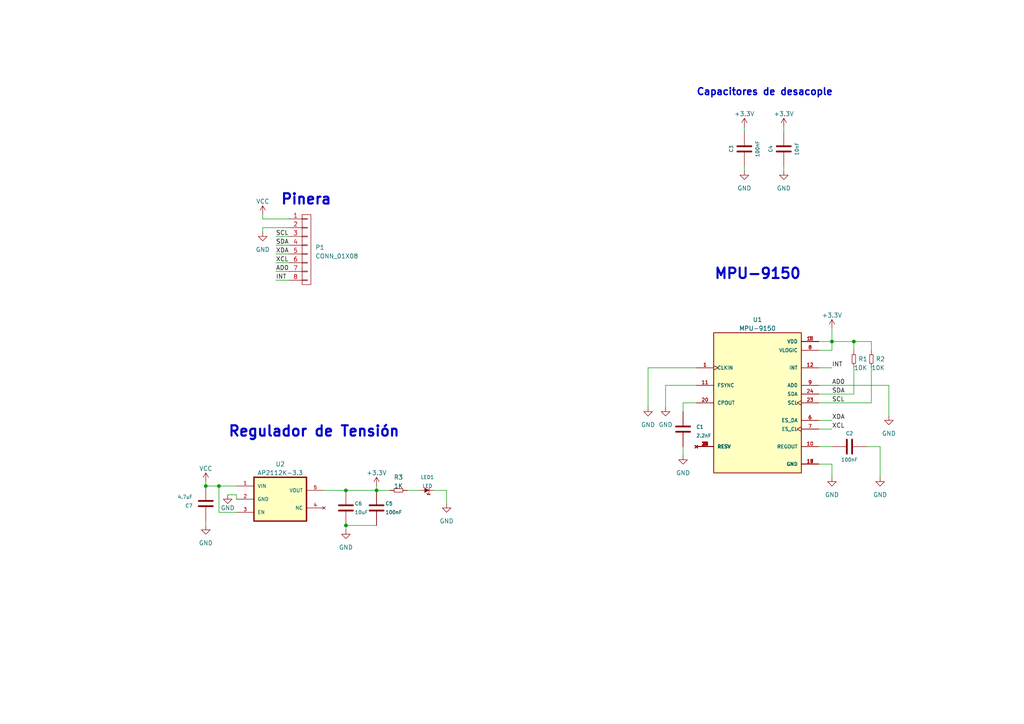
<source format=kicad_sch>
(kicad_sch (version 20230121) (generator eeschema)
  (paper "A4")
  (title_block (title "Modulo MPU-9150") (date "2023-07-22"))
  (lib_symbols
    (symbol "EESTN5:C" (pin_numbers hide) (pin_names (offset 0.254))
      (property "Reference" "C" (at 0 2.54 0))
      (property "Value" "C" (at 0.1524 -2.159 0))
      (symbol "C_0_1"
        (polyline (pts (xy -2.032 -0.762) (xy 2.032 -0.762)) (stroke (width 0.508)))
        (polyline (pts (xy -2.032 0.762) (xy 2.032 0.762)) (stroke (width 0.508)))
      )
      (symbol "C_1_1"
        (pin passive line (at 0 5.08 270) (length 4.318) (name "~") (number "1"))
        (pin passive line (at 0 -5.08 90) (length 4.318) (name "~") (number "2"))
      )
    )
    (symbol "EESTN5:CONN_01X08" (pin_names (offset 1.016) hide)
      (property "Reference" "P" (at 0 11.43 0))
      (property "Value" "CONN_01X08" (at 2.54 0 90))
      (symbol "CONN_01X08_0_1"
        (rectangle (start -1.27 -10.16) (end 1.27 10.16))
        (rectangle (start -1.27 -8.763) (end 0.254 -9.017))
        (rectangle (start -1.27 -6.223) (end 0.254 -6.477))
        (rectangle (start -1.27 -3.683) (end 0.254 -3.937))
        (rectangle (start -1.27 -1.143) (end 0.254 -1.397))
        (rectangle (start -1.27 1.397) (end 0.254 1.143))
        (rectangle (start -1.27 3.937) (end 0.254 3.683))
        (rectangle (start -1.27 6.477) (end 0.254 6.223))
        (rectangle (start -1.27 9.017) (end 0.254 8.763))
      )
      (symbol "CONN_01X08_1_1"
        (pin passive line (at -5.08 8.89 0) (length 3.81) (name "P1") (number "1"))
        (pin passive line (at -5.08 6.35 0) (length 3.81) (name "P2") (number "2"))
        (pin passive line (at -5.08 3.81 0) (length 3.81) (name "P3") (number "3"))
        (pin passive line (at -5.08 1.27 0) (length 3.81) (name "P4") (number "4"))
        (pin passive line (at -5.08 -1.27 0) (length 3.81) (name "P5") (number "5"))
        (pin passive line (at -5.08 -3.81 0) (length 3.81) (name "P6") (number "6"))
        (pin passive line (at -5.08 -6.35 0) (length 3.81) (name "P7") (number "7"))
        (pin passive line (at -5.08 -8.89 0) (length 3.81) (name "P8") (number "8"))
      )
    )
    (symbol "EESTN5:LED" (pin_numbers hide) (pin_names (offset 1.016) hide)
      (property "Reference" "LED" (at 0 2.54 0))
      (property "Value" "LED" (at 0 -2.54 0))
      (symbol "LED_0_1"
        (polyline (pts (xy 0.508 -0.762) (xy 1.016 -1.27) (xy 1.016 -1.27)))
        (polyline (pts (xy 1.016 -0.762) (xy 1.524 -1.27) (xy 1.524 -1.27)))
        (polyline (pts (xy 1.27 -0.635) (xy 1.27 0.635) (xy 1.27 0.635)))
        (polyline (pts (xy 1.27 0) (xy 0 0.635) (xy 0 -0.635) (xy 0 -0.635)) (fill (type outline)))
        (polyline (pts (xy 1.524 -1.27) (xy 1.27 -1.27) (xy 1.524 -1.016) (xy 1.524 -1.27) (xy 1.524 -1.27)) (fill (type outline)))
        (polyline (pts (xy 1.016 -1.27) (xy 0.762 -1.27) (xy 1.016 -1.016) (xy 1.016 -1.27) (xy 1.016 -1.27) (xy 1.016 -1.27)) (fill (type outline)))
      )
      (symbol "LED_1_1"
        (pin passive line (at -1.27 0 0) (length 1.27) (name "A") (number "1"))
        (pin passive line (at 2.54 0 180) (length 1.27) (name "K") (number "2"))
      )
    )
    (symbol "EESTN5:R" (pin_numbers hide) (pin_names (offset 0))
      (property "Reference" "R" (at -1.27 0 90))
      (property "Value" "R" (at 1.27 0 90))
      (symbol "R_0_1"
        (rectangle (start 0.508 1.27) (end -0.508 -1.27))
      )
      (symbol "R_1_1"
        (pin passive line (at 0 2.54 270) (length 1.27) (name "~") (number "1"))
        (pin passive line (at 0 -2.54 90) (length 1.27) (name "~") (number "2"))
      )
    )
    (symbol "Librerias:AP2112K-3.3" (pin_names (offset 1.016))
      (property "Reference" "U2" (at 0 10.16 0))
      (property "Value" "AP2112K-3.3" (at 0 7.62 0))
      (symbol "AP2112K-3.3_0_0"
        (rectangle (start -7.62 6.35) (end 7.62 -6.35) (stroke (width 0.41)) (fill (type background)))
        (pin power_in line (at -12.7 3.81 0) (length 5.08) (name "VIN") (number "1"))
        (pin power_in line (at -12.7 0 0) (length 5.08) (name "GND") (number "2"))
        (pin input line (at -12.7 -3.81 0) (length 5.08) (name "EN") (number "3"))
        (pin power_in line (at 12.7 2.54 180) (length 5.08) (name "VOUT") (number "5"))
      )
      (symbol "AP2112K-3.3_1_0"
        (pin no_connect line (at 12.7 -2.54 180) (length 5.08) (name "NC") (number "4"))
      )
    )
    (symbol "Librerias:MPU-9150-Qfn-24" (pin_names (offset 1.016))
      (property "Reference" "U3" (at 0 24.13 0))
      (property "Value" "MPU-9150" (at 0 21.59 0))
      (symbol "MPU-9150-Qfn-24_0_0"
        (rectangle (start -12.7 -20.32) (end 12.7 20.32) (stroke (width 0.254)) (fill (type background)))
        (pin input clock (at -17.78 10.16 0) (length 5.08) (name "CLKIN") (number "1"))
        (pin output line (at 17.78 -12.7 180) (length 5.08) (name "REGOUT") (number "10"))
        (pin input line (at -17.78 5.08 0) (length 5.08) (name "FSYNC") (number "11"))
        (pin output line (at 17.78 10.16 180) (length 5.08) (name "INT") (number "12"))
        (pin power_in line (at 17.78 17.78 180) (length 5.08) (name "VDD") (number "13"))
        (pin no_connect line (at -17.78 -12.7 0) (length 5.08) (name "RESV") (number "14"))
        (pin power_in line (at 17.78 -17.78 180) (length 5.08) (name "GND") (number "15"))
        (pin no_connect line (at -17.78 -12.7 0) (length 5.08) (name "RESV") (number "16"))
        (pin power_in line (at 17.78 -17.78 180) (length 5.08) (name "GND") (number "17"))
        (pin power_in line (at 17.78 -17.78 180) (length 5.08) (name "GND") (number "18"))
        (pin no_connect line (at -17.78 -12.7 0) (length 5.08) (name "RESV") (number "19"))
        (pin no_connect line (at -17.78 -12.7 0) (length 5.08) (name "RESV") (number "2"))
        (pin passive line (at -17.78 0 0) (length 5.08) (name "CPOUT") (number "20"))
        (pin no_connect line (at -17.78 -12.7 0) (length 5.08) (name "RESV") (number "21"))
        (pin no_connect line (at -17.78 -12.7 0) (length 5.08) (name "RESV") (number "22"))
        (pin input clock (at 17.78 0 180) (length 5.08) (name "SCL") (number "23"))
        (pin bidirectional line (at 17.78 2.54 180) (length 5.08) (name "SDA") (number "24"))
        (pin power_in line (at 17.78 17.78 180) (length 5.08) (name "VDD") (number "3"))
        (pin no_connect line (at -17.78 -12.7 0) (length 5.08) (name "RESV") (number "4"))
        (pin no_connect line (at -17.78 -12.7 0) (length 5.08) (name "RESV") (number "5"))
        (pin bidirectional line (at 17.78 -5.08 180) (length 5.08) (name "ES_DA") (number "6"))
        (pin output clock (at 17.78 -7.62 180) (length 5.08) (name "ES_CL") (number "7"))
        (pin power_in line (at 17.78 15.24 180) (length 5.08) (name "VLOGIC") (number "8"))
        (pin input line (at 17.78 5.08 180) (length 5.08) (name "AD0") (number "9"))
      )
    )
    (symbol "power:+3.3V" (power) (pin_names (offset 0))
      (property "Value" "+3.3V" (at 0 3.556 0))
      (symbol "+3.3V_0_1"
        (polyline (pts (xy -0.762 1.27) (xy 0 2.54)))
        (polyline (pts (xy 0 0) (xy 0 2.54)))
        (polyline (pts (xy 0 2.54) (xy 0.762 1.27)))
      )
      (symbol "+3.3V_1_1"
        (pin power_in line (at 0 0 90) (length 0) hide (name "+3.3V") (number "1"))
      )
    )
    (symbol "power:GND" (power) (pin_names (offset 0))
      (property "Value" "GND" (at 0 -3.81 0))
      (symbol "GND_0_1"
        (polyline (pts (xy 0 0) (xy 0 -1.27) (xy 1.27 -1.27) (xy 0 -2.54) (xy -1.27 -1.27) (xy 0 -1.27)))
      )
      (symbol "GND_1_1"
        (pin power_in line (at 0 0 270) (length 0) hide (name "GND") (number "1"))
      )
    )
    (symbol "power:VCC" (power) (pin_names (offset 0))
      (property "Value" "VCC" (at 0 3.81 0))
      (symbol "VCC_0_1"
        (polyline (pts (xy -0.762 1.27) (xy 0 2.54)))
        (polyline (pts (xy 0 0) (xy 0 2.54)))
        (polyline (pts (xy 0 2.54) (xy 0.762 1.27)))
      )
      (symbol "VCC_1_1"
        (pin power_in line (at 0 0 90) (length 0) hide (name "VCC") (number "1"))
      )
    )
  )
  (junction (at 247.65 99.06))
  (junction (at 100.33 142.24))
  (junction (at 59.69 140.97))
  (junction (at 241.3 99.06))
  (junction (at 109.22 142.24))
  (junction (at 100.33 152.4))
  (junction (at 63.5 140.97))
  (wire (pts (xy 93.98 142.24) (xy 100.33 142.24)))
  (wire (pts (xy 187.96 106.68) (xy 187.96 118.11)))
  (wire (pts (xy 252.73 101.6) (xy 252.73 99.06)))
  (wire (pts (xy 100.33 152.4) (xy 100.33 153.67)))
  (wire (pts (xy 237.49 129.54) (xy 241.3 129.54)))
  (wire (pts (xy 255.27 129.54) (xy 255.27 138.43)))
  (wire (pts (xy 80.01 78.74) (xy 83.82 78.74)))
  (wire (pts (xy 80.01 73.66) (xy 83.82 73.66)))
  (wire (pts (xy 247.65 106.68) (xy 247.65 114.3)))
  (wire (pts (xy 237.49 111.76) (xy 257.81 111.76)))
  (wire (pts (xy 80.01 76.2) (xy 83.82 76.2)))
  (wire (pts (xy 109.22 140.97) (xy 109.22 142.24)))
  (wire (pts (xy 66.04 143.51) (xy 68.58 143.51)))
  (wire (pts (xy 237.49 134.62) (xy 241.3 134.62)))
  (wire (pts (xy 227.33 49.53) (xy 227.33 48.26)))
  (wire (pts (xy 187.96 106.68) (xy 201.93 106.68)))
  (wire (pts (xy 237.49 114.3) (xy 247.65 114.3)))
  (wire (pts (xy 241.3 101.6) (xy 241.3 99.06)))
  (wire (pts (xy 109.22 142.24) (xy 113.03 142.24)))
  (wire (pts (xy 237.49 124.46) (xy 241.3 124.46)))
  (wire (pts (xy 193.04 111.76) (xy 193.04 118.11)))
  (wire (pts (xy 257.81 111.76) (xy 257.81 120.65)))
  (wire (pts (xy 255.27 129.54) (xy 251.46 129.54)))
  (wire (pts (xy 247.65 99.06) (xy 241.3 99.06)))
  (wire (pts (xy 237.49 106.68) (xy 241.3 106.68)))
  (wire (pts (xy 118.11 142.24) (xy 121.92 142.24)))
  (wire (pts (xy 237.49 99.06) (xy 241.3 99.06)))
  (wire (pts (xy 198.12 129.54) (xy 198.12 132.08)))
  (wire (pts (xy 59.69 151.13) (xy 59.69 152.4)))
  (wire (pts (xy 241.3 134.62) (xy 241.3 138.43)))
  (wire (pts (xy 59.69 139.7) (xy 59.69 140.97)))
  (wire (pts (xy 68.58 143.51) (xy 68.58 144.78)))
  (wire (pts (xy 76.2 66.04) (xy 83.82 66.04)))
  (wire (pts (xy 241.3 121.92) (xy 237.49 121.92)))
  (wire (pts (xy 125.73 142.24) (xy 129.54 142.24)))
  (wire (pts (xy 241.3 95.25) (xy 241.3 99.06)))
  (wire (pts (xy 252.73 99.06) (xy 247.65 99.06)))
  (wire (pts (xy 63.5 148.59) (xy 63.5 140.97)))
  (wire (pts (xy 76.2 67.31) (xy 76.2 66.04)))
  (wire (pts (xy 237.49 116.84) (xy 252.73 116.84)))
  (wire (pts (xy 80.01 81.28) (xy 83.82 81.28)))
  (wire (pts (xy 198.12 116.84) (xy 198.12 119.38)))
  (wire (pts (xy 100.33 152.4) (xy 109.22 152.4)))
  (wire (pts (xy 59.69 140.97) (xy 63.5 140.97)))
  (wire (pts (xy 227.33 36.83) (xy 227.33 38.1)))
  (wire (pts (xy 247.65 101.6) (xy 247.65 99.06)))
  (wire (pts (xy 193.04 111.76) (xy 201.93 111.76)))
  (wire (pts (xy 237.49 101.6) (xy 241.3 101.6)))
  (wire (pts (xy 201.93 116.84) (xy 198.12 116.84)))
  (wire (pts (xy 80.01 68.58) (xy 83.82 68.58)))
  (wire (pts (xy 215.9 36.83) (xy 215.9 38.1)))
  (wire (pts (xy 215.9 49.53) (xy 215.9 48.26)))
  (wire (pts (xy 129.54 142.24) (xy 129.54 146.05)))
  (wire (pts (xy 63.5 140.97) (xy 68.58 140.97)))
  (wire (pts (xy 100.33 142.24) (xy 109.22 142.24)))
  (wire (pts (xy 76.2 63.5) (xy 83.82 63.5)))
  (wire (pts (xy 68.58 148.59) (xy 63.5 148.59)))
  (wire (pts (xy 80.01 71.12) (xy 83.82 71.12)))
  (wire (pts (xy 252.73 106.68) (xy 252.73 116.84)))
  (wire (pts (xy 76.2 62.23) (xy 76.2 63.5)))
  (text "MPU-9150\n" (at 207.01 81.28 0) (effects (font (size 3 3) (thickness 0.6) bold) (justify left bottom)))
  (text "Pinera" (at 81.28 59.69 0) (effects (font (size 3 3) (thickness 0.6) bold) (justify left bottom)))
  (text "Capacitores de desacople\n" (at 201.93 27.94 0) (effects (font (size 2 2) (thickness 0.4) bold) (justify left bottom)))
  (text "Regulador de Tensión " (at 66.04 127 0) (effects (font (size 3 3) (thickness 0.6) bold) (justify left bottom)))
  (label "XCL" (at 80.01 76.2 0))
  (label "SDA" (at 80.01 71.12 0))
  (label "SCL" (at 241.3 116.84 0))
  (label "XDA" (at 241.3 121.92 0))
  (label "XDA" (at 80.01 73.66 0))
  (label "SCL" (at 80.01 68.58 0))
  (label "INT" (at 241.3 106.68 0))
  (label "AD0" (at 241.3 111.76 0))
  (label "SDA" (at 241.3 114.3 0))
  (label "XCL" (at 241.3 124.46 0))
  (label "AD0" (at 80.01 78.74 0))
  (label "INT" (at 80.01 81.28 0))
  (symbol (lib_id "power:VCC") (at 76.2 62.23 0) (unit 1)
    (property "Reference" "#PWR019" (effects hide))
    (property "Value" "VCC" (at 76.2 58.42 0))
  )
  (symbol (lib_id "EESTN5:LED") (at 123.19 142.24 0) (unit 1)
    (property "Reference" "LED1" (at 123.952 138.43 0) (effects (font (size 1.016 1.016))))
    (property "Value" "LED" (at 123.952 140.97 0) (effects (font (size 1.016 1.016))))
    (property "Footprint" "EESTN5:Led_0805" (effects hide))
  )
  (symbol (lib_id "power:+3.3V") (at 227.33 36.83 0) (unit 1)
    (property "Reference" "#PWR010" (effects hide))
    (property "Value" "+3.3V" (at 227.33 33.02 0))
  )
  (symbol (lib_id "power:GND") (at 100.33 153.67 0) (unit 1)
    (property "Reference" "#PWR017" (effects hide))
    (property "Value" "GND" (at 100.33 158.75 0))
  )
  (symbol (lib_id "power:GND") (at 215.9 49.53 0) (unit 1)
    (property "Reference" "#PWR011" (effects hide))
    (property "Value" "GND" (at 215.9 54.61 0))
  )
  (symbol (lib_id "power:+3.3V") (at 241.3 95.25 0) (unit 1)
    (property "Reference" "#PWR04" (effects hide))
    (property "Value" "+3.3V" (at 241.3 91.44 0))
  )
  (symbol (lib_id "power:GND") (at 198.12 132.08 0) (unit 1)
    (property "Reference" "#PWR03" (effects hide))
    (property "Value" "GND" (at 198.12 137.16 0))
  )
  (symbol (lib_id "power:GND") (at 59.69 152.4 0) (unit 1)
    (property "Reference" "#PWR013" (effects hide))
    (property "Value" "GND" (at 59.69 157.48 0))
  )
  (symbol (lib_id "EESTN5:C") (at 198.12 124.46 180) (unit 1)
    (property "Reference" "C1" (at 201.93 123.825 0) (effects (font (size 1.016 1.016)) (justify right)))
    (property "Value" "2.2nF" (at 201.93 126.365 0) (effects (font (size 1.016 1.016)) (justify right)))
    (property "Footprint" "footprints:C_0603" (effects hide))
  )
  (symbol (lib_id "EESTN5:C") (at 59.69 146.05 0) (unit 1)
    (property "Reference" "C7" (at 55.88 146.685 0) (effects (font (size 1.016 1.016)) (justify right)))
    (property "Value" "4.7uF" (at 55.88 144.145 0) (effects (font (size 1.016 1.016)) (justify right)))
    (property "Footprint" "footprints:C_0603" (effects hide))
  )
  (symbol (lib_id "power:GND") (at 255.27 138.43 0) (unit 1)
    (property "Reference" "#PWR07" (effects hide))
    (property "Value" "GND" (at 255.27 143.51 0))
  )
  (symbol (lib_id "EESTN5:C") (at 227.33 43.18 0) (unit 1)
    (property "Reference" "C4" (at 223.52 43.18 90) (effects (font (size 1.016 1.016))))
    (property "Value" "10nF" (at 231.14 43.18 90) (effects (font (size 1.016 1.016))))
    (property "Footprint" "footprints:C_0603" (effects hide))
  )
  (symbol (lib_id "power:+3.3V") (at 109.22 140.97 0) (unit 1)
    (property "Reference" "#PWR016" (effects hide))
    (property "Value" "+3.3V" (at 109.22 137.16 0))
  )
  (symbol (lib_id "power:GND") (at 129.54 146.05 0) (unit 1)
    (property "Reference" "#PWR018" (effects hide))
    (property "Value" "GND" (at 129.54 151.13 0))
  )
  (symbol (lib_id "power:GND") (at 66.04 143.51 0) (unit 1)
    (property "Reference" "#PWR015" (effects hide))
    (property "Value" "GND" (at 66.04 147.32 0))
  )
  (symbol (lib_id "power:GND") (at 241.3 138.43 0) (unit 1)
    (property "Reference" "#PWR08" (effects hide))
    (property "Value" "GND" (at 241.3 143.51 0))
  )
  (symbol (lib_id "Librerias:AP2112K-3.3") (at 81.28 144.78 0) (unit 1)
    (property "Reference" "U2" (at 81.28 134.62 0))
    (property "Value" "AP2112K-3.3" (at 81.28 137.16 0))
    (property "Footprint" "footprints:AP2112K-3.3-Sot25" (effects hide))
  )
  (symbol (lib_id "EESTN5:R") (at 252.73 104.14 0) (unit 1)
    (property "Reference" "R2" (at 254 104.14 0) (effects (justify left)))
    (property "Value" "10K" (at 252.73 106.68 0) (effects (justify left)))
    (property "Footprint" "EESTN5:R_0805" (effects hide))
  )
  (symbol (lib_id "power:GND") (at 76.2 67.31 0) (unit 1)
    (property "Reference" "#PWR020" (effects hide))
    (property "Value" "GND" (at 76.2 72.39 0))
  )
  (symbol (lib_id "EESTN5:C") (at 100.33 147.32 180) (unit 1)
    (property "Reference" "C6" (at 102.87 146.05 0) (effects (font (size 1.016 1.016)) (justify right)))
    (property "Value" "10uF" (at 102.87 148.59 0) (effects (font (size 1.016 1.016)) (justify right)))
    (property "Footprint" "footprints:C_0603" (effects hide))
  )
  (symbol (lib_id "EESTN5:R") (at 115.57 142.24 90) (unit 1)
    (property "Reference" "R3" (at 115.57 138.43 90))
    (property "Value" "1K" (at 115.57 140.97 90))
    (property "Footprint" "EESTN5:R_0805" (effects hide))
  )
  (symbol (lib_id "power:GND") (at 193.04 118.11 0) (unit 1)
    (property "Reference" "#PWR02" (effects hide))
    (property "Value" "GND" (at 193.04 123.19 0))
  )
  (symbol (lib_id "power:GND") (at 187.96 118.11 0) (unit 1)
    (property "Reference" "#PWR01" (effects hide))
    (property "Value" "GND" (at 187.96 123.19 0))
  )
  (symbol (lib_id "EESTN5:R") (at 247.65 104.14 0) (unit 1)
    (property "Reference" "R1" (at 248.92 104.14 0) (effects (justify left)))
    (property "Value" "10K" (at 247.65 106.68 0) (effects (justify left)))
    (property "Footprint" "EESTN5:R_0805" (effects hide))
  )
  (symbol (lib_id "power:VCC") (at 59.69 139.7 0) (unit 1)
    (property "Reference" "#PWR014" (effects hide))
    (property "Value" "VCC" (at 59.69 135.89 0))
  )
  (symbol (lib_id "EESTN5:CONN_01X08") (at 88.9 72.39 0) (unit 1)
    (property "Reference" "P1" (at 91.44 71.755 0) (effects (justify left)))
    (property "Value" "CONN_01X08" (at 91.44 74.295 0) (effects (justify left)))
    (property "Footprint" "footprints:GY-521-MPU-6050" (effects hide))
  )
  (symbol (lib_id "power:+3.3V") (at 215.9 36.83 0) (unit 1)
    (property "Reference" "#PWR09" (effects hide))
    (property "Value" "+3.3V" (at 215.9 33.02 0))
  )
  (symbol (lib_id "power:GND") (at 227.33 49.53 0) (unit 1)
    (property "Reference" "#PWR012" (effects hide))
    (property "Value" "GND" (at 227.33 54.61 0))
  )
  (symbol (lib_id "Librerias:MPU-9150-Qfn-24") (at 219.71 116.84 0) (unit 1)
    (property "Reference" "U1" (at 219.71 92.71 0))
    (property "Value" "MPU-9150" (at 219.71 95.25 0))
    (property "Footprint" "footprints:MPU-9150-Qfn-24" (effects hide))
    (property "PARTREV" "4.3" (effects hide))
    (property "STANDARD" "IPC 7351B" (effects hide))
    (property "SNAPEDA_PN" "115083" (effects hide))
    (property "MAXIMUM_PACKAGE_HEIGHT" "1.1 mm" (effects hide))
    (property "MANUFACTURER" "TDK InvenSense" (effects hide))
  )
  (symbol (lib_id "power:GND") (at 257.81 120.65 0) (unit 1)
    (property "Reference" "#PWR06" (effects hide))
    (property "Value" "GND" (at 257.81 125.73 0))
  )
  (symbol (lib_id "EESTN5:C") (at 246.38 129.54 270) (unit 1)
    (property "Reference" "C2" (at 246.38 125.73 90) (effects (font (size 1.016 1.016))))
    (property "Value" "100nF" (at 246.38 133.35 90) (effects (font (size 1.016 1.016))))
    (property "Footprint" "footprints:C_0603" (effects hide))
  )
  (symbol (lib_id "EESTN5:C") (at 215.9 43.18 0) (unit 1)
    (property "Reference" "C3" (at 212.09 43.18 90) (effects (font (size 1.016 1.016))))
    (property "Value" "100nF" (at 219.71 43.18 90) (effects (font (size 1.016 1.016))))
    (property "Footprint" "footprints:C_0603" (effects hide))
  )
  (symbol (lib_id "EESTN5:C") (at 109.22 147.32 180) (unit 1)
    (property "Reference" "C5" (at 111.76 146.05 0) (effects (font (size 1.016 1.016)) (justify right)))
    (property "Value" "100nF" (at 111.76 148.59 0) (effects (font (size 1.016 1.016)) (justify right)))
    (property "Footprint" "footprints:C_0603" (effects hide))
  )
)
</source>
